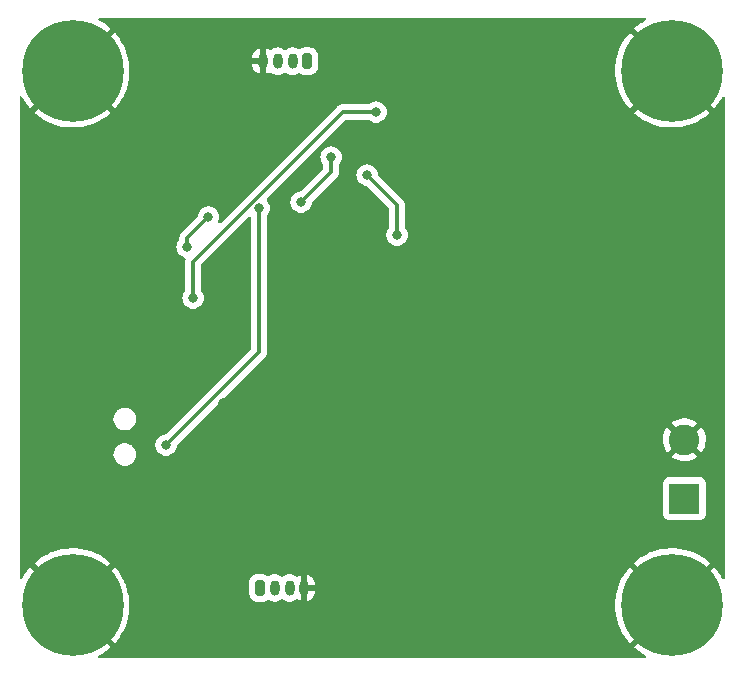
<source format=gbr>
%TF.GenerationSoftware,KiCad,Pcbnew,(6.0.4)*%
%TF.CreationDate,2022-04-20T17:17:17+03:00*%
%TF.ProjectId,STM32F4_Buck_Converter,53544d33-3246-4345-9f42-75636b5f436f,rev?*%
%TF.SameCoordinates,Original*%
%TF.FileFunction,Copper,L2,Inr*%
%TF.FilePolarity,Positive*%
%FSLAX46Y46*%
G04 Gerber Fmt 4.6, Leading zero omitted, Abs format (unit mm)*
G04 Created by KiCad (PCBNEW (6.0.4)) date 2022-04-20 17:17:17*
%MOMM*%
%LPD*%
G01*
G04 APERTURE LIST*
G04 Aperture macros list*
%AMRoundRect*
0 Rectangle with rounded corners*
0 $1 Rounding radius*
0 $2 $3 $4 $5 $6 $7 $8 $9 X,Y pos of 4 corners*
0 Add a 4 corners polygon primitive as box body*
4,1,4,$2,$3,$4,$5,$6,$7,$8,$9,$2,$3,0*
0 Add four circle primitives for the rounded corners*
1,1,$1+$1,$2,$3*
1,1,$1+$1,$4,$5*
1,1,$1+$1,$6,$7*
1,1,$1+$1,$8,$9*
0 Add four rect primitives between the rounded corners*
20,1,$1+$1,$2,$3,$4,$5,0*
20,1,$1+$1,$4,$5,$6,$7,0*
20,1,$1+$1,$6,$7,$8,$9,0*
20,1,$1+$1,$8,$9,$2,$3,0*%
G04 Aperture macros list end*
%TA.AperFunction,ComponentPad*%
%ADD10C,0.900000*%
%TD*%
%TA.AperFunction,ComponentPad*%
%ADD11C,8.600000*%
%TD*%
%TA.AperFunction,ComponentPad*%
%ADD12R,2.600000X2.600000*%
%TD*%
%TA.AperFunction,ComponentPad*%
%ADD13C,2.600000*%
%TD*%
%TA.AperFunction,ComponentPad*%
%ADD14RoundRect,0.200000X0.200000X0.450000X-0.200000X0.450000X-0.200000X-0.450000X0.200000X-0.450000X0*%
%TD*%
%TA.AperFunction,ComponentPad*%
%ADD15O,0.800000X1.300000*%
%TD*%
%TA.AperFunction,ComponentPad*%
%ADD16RoundRect,0.200000X-0.200000X-0.450000X0.200000X-0.450000X0.200000X0.450000X-0.200000X0.450000X0*%
%TD*%
%TA.AperFunction,ViaPad*%
%ADD17C,0.800000*%
%TD*%
%TA.AperFunction,Conductor*%
%ADD18C,0.300000*%
%TD*%
G04 APERTURE END LIST*
D10*
%TO.N,GND*%
%TO.C,H4*%
X148750000Y-79725000D03*
X151030419Y-74219581D03*
D11*
X148750000Y-76500000D03*
D10*
X145525000Y-76500000D03*
X151030419Y-78780419D03*
X151975000Y-76500000D03*
X146469581Y-78780419D03*
X148750000Y-73275000D03*
X146469581Y-74219581D03*
%TD*%
D12*
%TO.N,+12V*%
%TO.C,J1*%
X149805000Y-112750000D03*
D13*
%TO.N,GND*%
X149805000Y-107750000D03*
%TD*%
D14*
%TO.N,+3V3*%
%TO.C,J3*%
X117875000Y-75700000D03*
D15*
%TO.N,I2C1_SCL*%
X116625000Y-75700000D03*
%TO.N,IC21_SDA*%
X115375000Y-75700000D03*
%TO.N,GND*%
X114125000Y-75700000D03*
%TD*%
D10*
%TO.N,GND*%
%TO.C,H3*%
X146469581Y-119469581D03*
D11*
X148750000Y-121750000D03*
D10*
X145525000Y-121750000D03*
X146469581Y-124030419D03*
X151975000Y-121750000D03*
X148750000Y-124975000D03*
X148750000Y-118525000D03*
X151030419Y-119469581D03*
X151030419Y-124030419D03*
%TD*%
D16*
%TO.N,+3V3*%
%TO.C,J4*%
X113875000Y-120300000D03*
D15*
%TO.N,USART3_RX*%
X115125000Y-120300000D03*
%TO.N,USART3_TX*%
X116375000Y-120300000D03*
%TO.N,GND*%
X117625000Y-120300000D03*
%TD*%
D10*
%TO.N,GND*%
%TO.C,H2*%
X101225000Y-76500000D03*
X100280419Y-74219581D03*
X94775000Y-76500000D03*
X95719581Y-78780419D03*
X100280419Y-78780419D03*
X98000000Y-73275000D03*
D11*
X98000000Y-76500000D03*
D10*
X98000000Y-79725000D03*
X95719581Y-74219581D03*
%TD*%
%TO.N,GND*%
%TO.C,H1*%
X101225000Y-121750000D03*
X98000000Y-124975000D03*
X100280419Y-119469581D03*
X98000000Y-118525000D03*
X100280419Y-124030419D03*
D11*
X98000000Y-121750000D03*
D10*
X95719581Y-124030419D03*
X95719581Y-119469581D03*
X94775000Y-121750000D03*
%TD*%
D17*
%TO.N,GND*%
X112522000Y-92456000D03*
X139207192Y-108747872D03*
X105918000Y-109728000D03*
X140462000Y-93726000D03*
X107696000Y-86360000D03*
X137668000Y-102362000D03*
X113538000Y-78994000D03*
X126492000Y-92250500D03*
X140200000Y-110562500D03*
X105918000Y-106680000D03*
X120396000Y-104648000D03*
X138176000Y-106426000D03*
X110744000Y-104648000D03*
%TO.N,+3V3*%
X125476000Y-90424000D03*
X122936000Y-85344000D03*
X109499500Y-88900000D03*
X107696000Y-91440000D03*
%TO.N,SWO*%
X119888000Y-83820000D03*
X117348000Y-87630000D03*
%TO.N,NRST*%
X123698000Y-80010000D03*
X108204000Y-95758000D03*
%TO.N,Net-(R7-Pad2)*%
X113792000Y-88138000D03*
X105918000Y-108204000D03*
%TD*%
D18*
%TO.N,GND*%
X140462000Y-93726000D02*
X137668000Y-96520000D01*
X139207192Y-108747872D02*
X139207192Y-109569692D01*
X137668000Y-96520000D02*
X137668000Y-102362000D01*
X113538000Y-80518000D02*
X113538000Y-78994000D01*
X110744000Y-104648000D02*
X120396000Y-104648000D01*
X107696000Y-86360000D02*
X113538000Y-80518000D01*
X138176000Y-107716680D02*
X138176000Y-106426000D01*
X139207192Y-108747872D02*
X138176000Y-107716680D01*
X139207192Y-109569692D02*
X140200000Y-110562500D01*
%TO.N,+3V3*%
X125476000Y-87884000D02*
X125476000Y-90424000D01*
X107696000Y-91440000D02*
X107696000Y-90703500D01*
X122936000Y-85344000D02*
X125476000Y-87884000D01*
X107696000Y-90703500D02*
X109499500Y-88900000D01*
%TO.N,SWO*%
X119888000Y-83820000D02*
X119888000Y-85090000D01*
X119888000Y-85090000D02*
X117348000Y-87630000D01*
%TO.N,NRST*%
X120860030Y-80010000D02*
X123698000Y-80010000D01*
X108204000Y-92666030D02*
X120860030Y-80010000D01*
X108204000Y-95758000D02*
X108204000Y-92666030D01*
%TO.N,Net-(R7-Pad2)*%
X113792000Y-100330000D02*
X105918000Y-108204000D01*
X113792000Y-88138000D02*
X113792000Y-100330000D01*
%TD*%
%TA.AperFunction,Conductor*%
%TO.N,GND*%
G36*
X146512166Y-72028502D02*
G01*
X146558659Y-72082158D01*
X146568763Y-72152432D01*
X146539269Y-72217012D01*
X146506759Y-72243784D01*
X146173581Y-72434984D01*
X146168848Y-72437987D01*
X145822420Y-72680109D01*
X145817979Y-72683517D01*
X145546476Y-72911739D01*
X145538031Y-72924456D01*
X145544139Y-72934929D01*
X145943493Y-73334283D01*
X146469580Y-73860371D01*
X147354878Y-74745668D01*
X151030419Y-78421209D01*
X151915717Y-79306506D01*
X152312145Y-79702934D01*
X152325903Y-79710446D01*
X152335263Y-79703989D01*
X152504244Y-79511303D01*
X152507744Y-79506935D01*
X152757073Y-79165645D01*
X152760168Y-79160987D01*
X152978160Y-78798903D01*
X152980841Y-78793964D01*
X153002204Y-78750067D01*
X153049998Y-78697567D01*
X153118589Y-78679241D01*
X153186199Y-78700907D01*
X153231362Y-78755686D01*
X153241500Y-78805203D01*
X153241500Y-119450412D01*
X153221498Y-119518533D01*
X153167842Y-119565026D01*
X153097568Y-119575130D01*
X153032988Y-119545636D01*
X153004300Y-119509662D01*
X152893936Y-119302535D01*
X152891085Y-119297713D01*
X152659974Y-118943865D01*
X152656692Y-118939297D01*
X152395030Y-118607380D01*
X152391382Y-118603155D01*
X152338103Y-118546715D01*
X152324389Y-118538705D01*
X152323517Y-118538742D01*
X152315438Y-118543772D01*
X151915717Y-118943493D01*
X151030419Y-119828790D01*
X150504332Y-120354878D01*
X147354879Y-123504331D01*
X146469581Y-124389628D01*
X145943494Y-124915716D01*
X145546736Y-125312474D01*
X145539122Y-125326418D01*
X145539171Y-125327110D01*
X145544617Y-125335274D01*
X145622268Y-125407812D01*
X145626507Y-125411433D01*
X145959802Y-125671363D01*
X145964359Y-125674602D01*
X146319448Y-125903880D01*
X146324267Y-125906696D01*
X146509196Y-126003992D01*
X146560169Y-126053411D01*
X146576332Y-126122543D01*
X146552553Y-126189440D01*
X146496383Y-126232860D01*
X146450529Y-126241500D01*
X100299988Y-126241500D01*
X100231867Y-126221498D01*
X100185374Y-126167842D01*
X100175270Y-126097568D01*
X100204764Y-126032988D01*
X100240156Y-126004612D01*
X100469131Y-125881063D01*
X100473935Y-125878188D01*
X100826563Y-125645231D01*
X100831126Y-125641916D01*
X101161658Y-125378529D01*
X101165873Y-125374852D01*
X101203823Y-125338649D01*
X101211763Y-125324890D01*
X101211713Y-125323843D01*
X101206822Y-125316032D01*
X100806507Y-124915717D01*
X99921210Y-124030419D01*
X99395122Y-123504332D01*
X97641922Y-121751132D01*
X98364408Y-121751132D01*
X98364539Y-121752965D01*
X98368790Y-121759580D01*
X99754331Y-123145121D01*
X100257399Y-123648190D01*
X100280418Y-123671209D01*
X101165716Y-124556506D01*
X101562142Y-124952932D01*
X101575903Y-124960446D01*
X101585263Y-124953989D01*
X101754244Y-124761303D01*
X101757744Y-124756935D01*
X102007073Y-124415645D01*
X102010168Y-124410987D01*
X102228160Y-124048903D01*
X102230841Y-124043964D01*
X102415779Y-123663946D01*
X102418014Y-123658780D01*
X102568442Y-123263815D01*
X102570201Y-123258496D01*
X102684920Y-122851730D01*
X102686204Y-122846259D01*
X102764315Y-122430883D01*
X102765102Y-122425346D01*
X102806035Y-122004102D01*
X102806308Y-121999665D01*
X102812788Y-121752233D01*
X102812746Y-121747762D01*
X102807360Y-121626825D01*
X143938855Y-121626825D01*
X143946600Y-122049410D01*
X143946950Y-122054976D01*
X143992231Y-122475208D01*
X143993078Y-122480746D01*
X144075535Y-122895286D01*
X144076864Y-122900698D01*
X144195852Y-123306289D01*
X144197658Y-123311564D01*
X144352219Y-123704948D01*
X144354501Y-123710072D01*
X144543416Y-124088150D01*
X144546140Y-124093043D01*
X144767917Y-124452833D01*
X144771068Y-124457469D01*
X145023955Y-124796127D01*
X145027488Y-124800444D01*
X145163222Y-124951988D01*
X145176717Y-124960351D01*
X145186128Y-124954662D01*
X145584283Y-124556507D01*
X146469581Y-123671210D01*
X146492600Y-123648191D01*
X146995668Y-123145122D01*
X148377978Y-121762812D01*
X148385592Y-121748868D01*
X148385461Y-121747035D01*
X148381210Y-121740420D01*
X146995669Y-120354879D01*
X146110372Y-119469581D01*
X145584284Y-118943494D01*
X145185561Y-118544771D01*
X145172253Y-118537504D01*
X145162214Y-118544626D01*
X144918223Y-118837994D01*
X144914828Y-118842467D01*
X144674528Y-119190152D01*
X144671549Y-119194902D01*
X144463106Y-119562575D01*
X144460562Y-119567568D01*
X144285629Y-119952312D01*
X144283538Y-119957511D01*
X144143498Y-120356290D01*
X144141877Y-120361659D01*
X144037840Y-120771303D01*
X144036706Y-120776776D01*
X143969496Y-121194054D01*
X143968851Y-121199632D01*
X143939002Y-121621204D01*
X143938855Y-121626825D01*
X102807360Y-121626825D01*
X102793917Y-121324973D01*
X102793419Y-121319386D01*
X102737155Y-120900499D01*
X102736162Y-120894976D01*
X102642883Y-120482748D01*
X102641410Y-120477361D01*
X102511847Y-120075025D01*
X102509910Y-120069815D01*
X102392848Y-119793365D01*
X112966500Y-119793365D01*
X112966501Y-120806634D01*
X112973247Y-120880062D01*
X112975246Y-120886440D01*
X112975246Y-120886441D01*
X112986251Y-120921556D01*
X113024528Y-121043699D01*
X113113361Y-121190381D01*
X113234619Y-121311639D01*
X113381301Y-121400472D01*
X113388548Y-121402743D01*
X113388550Y-121402744D01*
X113431198Y-121416109D01*
X113544938Y-121451753D01*
X113618365Y-121458500D01*
X113621263Y-121458500D01*
X113875665Y-121458499D01*
X114131634Y-121458499D01*
X114134492Y-121458236D01*
X114134501Y-121458236D01*
X114170004Y-121454974D01*
X114205062Y-121451753D01*
X114211447Y-121449752D01*
X114361450Y-121402744D01*
X114361452Y-121402743D01*
X114368699Y-121400472D01*
X114505018Y-121317915D01*
X114573648Y-121299736D01*
X114644350Y-121323755D01*
X114662308Y-121336802D01*
X114668248Y-121341118D01*
X114674276Y-121343802D01*
X114674278Y-121343803D01*
X114821844Y-121409503D01*
X114842712Y-121418794D01*
X114936112Y-121438647D01*
X115023056Y-121457128D01*
X115023061Y-121457128D01*
X115029513Y-121458500D01*
X115220487Y-121458500D01*
X115226939Y-121457128D01*
X115226944Y-121457128D01*
X115313888Y-121438647D01*
X115407288Y-121418794D01*
X115428156Y-121409503D01*
X115575722Y-121343803D01*
X115575724Y-121343802D01*
X115581752Y-121341118D01*
X115587693Y-121336802D01*
X115675939Y-121272687D01*
X115742807Y-121248828D01*
X115811958Y-121264909D01*
X115824061Y-121272687D01*
X115912308Y-121336802D01*
X115918248Y-121341118D01*
X115924276Y-121343802D01*
X115924278Y-121343803D01*
X116071844Y-121409503D01*
X116092712Y-121418794D01*
X116186112Y-121438647D01*
X116273056Y-121457128D01*
X116273061Y-121457128D01*
X116279513Y-121458500D01*
X116470487Y-121458500D01*
X116476939Y-121457128D01*
X116476944Y-121457128D01*
X116563888Y-121438647D01*
X116657288Y-121418794D01*
X116678156Y-121409503D01*
X116825722Y-121343803D01*
X116825724Y-121343802D01*
X116831752Y-121341118D01*
X116926366Y-121272377D01*
X116993230Y-121248520D01*
X117062382Y-121264600D01*
X117074485Y-121272378D01*
X117163157Y-121336802D01*
X117174529Y-121343368D01*
X117336839Y-121415633D01*
X117349325Y-121419690D01*
X117353278Y-121420530D01*
X117367341Y-121419457D01*
X117371000Y-121409503D01*
X117371000Y-121406182D01*
X117879000Y-121406182D01*
X117882973Y-121419713D01*
X117893468Y-121421222D01*
X117900675Y-121419690D01*
X117913161Y-121415633D01*
X118075471Y-121343368D01*
X118086843Y-121336802D01*
X118230574Y-121232376D01*
X118240337Y-121223585D01*
X118359214Y-121091558D01*
X118366938Y-121080927D01*
X118455765Y-120927074D01*
X118461111Y-120915066D01*
X118516011Y-120746102D01*
X118518741Y-120733261D01*
X118532656Y-120600862D01*
X118533000Y-120594302D01*
X118533000Y-120572115D01*
X118528525Y-120556876D01*
X118527135Y-120555671D01*
X118519452Y-120554000D01*
X117897115Y-120554000D01*
X117881876Y-120558475D01*
X117880671Y-120559865D01*
X117879000Y-120567548D01*
X117879000Y-121406182D01*
X117371000Y-121406182D01*
X117371000Y-120027885D01*
X117879000Y-120027885D01*
X117883475Y-120043124D01*
X117884865Y-120044329D01*
X117892548Y-120046000D01*
X118514885Y-120046000D01*
X118530124Y-120041525D01*
X118531329Y-120040135D01*
X118533000Y-120032452D01*
X118533000Y-120005698D01*
X118532656Y-119999138D01*
X118518741Y-119866739D01*
X118516011Y-119853898D01*
X118461111Y-119684934D01*
X118455765Y-119672926D01*
X118366938Y-119519073D01*
X118359214Y-119508442D01*
X118240337Y-119376415D01*
X118230574Y-119367624D01*
X118086843Y-119263198D01*
X118075471Y-119256632D01*
X117913161Y-119184367D01*
X117900675Y-119180310D01*
X117896722Y-119179470D01*
X117882659Y-119180543D01*
X117879000Y-119190497D01*
X117879000Y-120027885D01*
X117371000Y-120027885D01*
X117371000Y-119193818D01*
X117367027Y-119180287D01*
X117356532Y-119178778D01*
X117349325Y-119180310D01*
X117336839Y-119184367D01*
X117174529Y-119256632D01*
X117163157Y-119263198D01*
X117074485Y-119327622D01*
X117007617Y-119351481D01*
X116938466Y-119335400D01*
X116926380Y-119327634D01*
X116831752Y-119258882D01*
X116825724Y-119256198D01*
X116825722Y-119256197D01*
X116663319Y-119183891D01*
X116663318Y-119183891D01*
X116657288Y-119181206D01*
X116563888Y-119161353D01*
X116476944Y-119142872D01*
X116476939Y-119142872D01*
X116470487Y-119141500D01*
X116279513Y-119141500D01*
X116273061Y-119142872D01*
X116273056Y-119142872D01*
X116186112Y-119161353D01*
X116092712Y-119181206D01*
X116086682Y-119183891D01*
X116086681Y-119183891D01*
X115924278Y-119256197D01*
X115924276Y-119256198D01*
X115918248Y-119258882D01*
X115912907Y-119262762D01*
X115912906Y-119262763D01*
X115824061Y-119327313D01*
X115757193Y-119351172D01*
X115688042Y-119335091D01*
X115675939Y-119327313D01*
X115587094Y-119262763D01*
X115587093Y-119262762D01*
X115581752Y-119258882D01*
X115575724Y-119256198D01*
X115575722Y-119256197D01*
X115413319Y-119183891D01*
X115413318Y-119183891D01*
X115407288Y-119181206D01*
X115313888Y-119161353D01*
X115226944Y-119142872D01*
X115226939Y-119142872D01*
X115220487Y-119141500D01*
X115029513Y-119141500D01*
X115023061Y-119142872D01*
X115023056Y-119142872D01*
X114936112Y-119161353D01*
X114842712Y-119181206D01*
X114836682Y-119183891D01*
X114836681Y-119183891D01*
X114674278Y-119256197D01*
X114674276Y-119256198D01*
X114668248Y-119258882D01*
X114662908Y-119262762D01*
X114662906Y-119262763D01*
X114644350Y-119276245D01*
X114577482Y-119300103D01*
X114505018Y-119282085D01*
X114495375Y-119276245D01*
X114368699Y-119199528D01*
X114361452Y-119197257D01*
X114361450Y-119197256D01*
X114295164Y-119176483D01*
X114205062Y-119148247D01*
X114131635Y-119141500D01*
X114128737Y-119141500D01*
X113874335Y-119141501D01*
X113618366Y-119141501D01*
X113615508Y-119141764D01*
X113615499Y-119141764D01*
X113579996Y-119145026D01*
X113544938Y-119148247D01*
X113538560Y-119150246D01*
X113538559Y-119150246D01*
X113388550Y-119197256D01*
X113388548Y-119197257D01*
X113381301Y-119199528D01*
X113234619Y-119288361D01*
X113113361Y-119409619D01*
X113024528Y-119556301D01*
X113022257Y-119563548D01*
X113022256Y-119563550D01*
X113020997Y-119567568D01*
X112973247Y-119719938D01*
X112966500Y-119793365D01*
X102392848Y-119793365D01*
X102345098Y-119680599D01*
X102342683Y-119675536D01*
X102143936Y-119302535D01*
X102141085Y-119297713D01*
X101909974Y-118943865D01*
X101906692Y-118939297D01*
X101645030Y-118607380D01*
X101641382Y-118603155D01*
X101588103Y-118546715D01*
X101574389Y-118538705D01*
X101573517Y-118538742D01*
X101565438Y-118543772D01*
X101165717Y-118943493D01*
X100280419Y-119828790D01*
X99754332Y-120354878D01*
X98372022Y-121737188D01*
X98364408Y-121751132D01*
X97641922Y-121751132D01*
X96245669Y-120354879D01*
X95360372Y-119469581D01*
X94834284Y-118943494D01*
X94435561Y-118544771D01*
X94422253Y-118537504D01*
X94412214Y-118544626D01*
X94168223Y-118837994D01*
X94164828Y-118842467D01*
X93924528Y-119190152D01*
X93921549Y-119194902D01*
X93744111Y-119507885D01*
X93693114Y-119557280D01*
X93623509Y-119571264D01*
X93557392Y-119545395D01*
X93515757Y-119487889D01*
X93508500Y-119445744D01*
X93508500Y-118174456D01*
X94788031Y-118174456D01*
X94794139Y-118184929D01*
X95193493Y-118584283D01*
X95711209Y-119102000D01*
X95719580Y-119110371D01*
X96604878Y-119995668D01*
X97987188Y-121377978D01*
X98001132Y-121385592D01*
X98002965Y-121385461D01*
X98009580Y-121381210D01*
X99395121Y-119995669D01*
X100280419Y-119110372D01*
X100288790Y-119102001D01*
X100806506Y-118584284D01*
X101202754Y-118188036D01*
X101210169Y-118174456D01*
X145538031Y-118174456D01*
X145544139Y-118184929D01*
X145943493Y-118584283D01*
X146461209Y-119102000D01*
X146469580Y-119110371D01*
X147354878Y-119995668D01*
X148737188Y-121377978D01*
X148751132Y-121385592D01*
X148752965Y-121385461D01*
X148759580Y-121381210D01*
X150145121Y-119995669D01*
X151030419Y-119110372D01*
X151038790Y-119102001D01*
X151556506Y-118584284D01*
X151952754Y-118188036D01*
X151960316Y-118174187D01*
X151953987Y-118164962D01*
X151780928Y-118011582D01*
X151776561Y-118008046D01*
X151436600Y-117756948D01*
X151431947Y-117753821D01*
X151070995Y-117533926D01*
X151066094Y-117531232D01*
X150687027Y-117344297D01*
X150681904Y-117342048D01*
X150287707Y-117189545D01*
X150282417Y-117187765D01*
X149876218Y-117070904D01*
X149870794Y-117069602D01*
X149455822Y-116989316D01*
X149450293Y-116988500D01*
X149029828Y-116945420D01*
X149024247Y-116945098D01*
X148601635Y-116939566D01*
X148596024Y-116939742D01*
X148174593Y-116971800D01*
X148169036Y-116972472D01*
X147752128Y-117041864D01*
X147746631Y-117043032D01*
X147337547Y-117149209D01*
X147332181Y-117150861D01*
X146934153Y-117292983D01*
X146928965Y-117295100D01*
X146545133Y-117472050D01*
X146540164Y-117474614D01*
X146173581Y-117684984D01*
X146168848Y-117687987D01*
X145822420Y-117930109D01*
X145817979Y-117933517D01*
X145546476Y-118161739D01*
X145538031Y-118174456D01*
X101210169Y-118174456D01*
X101210316Y-118174187D01*
X101203987Y-118164962D01*
X101030928Y-118011582D01*
X101026561Y-118008046D01*
X100686600Y-117756948D01*
X100681947Y-117753821D01*
X100320995Y-117533926D01*
X100316094Y-117531232D01*
X99937027Y-117344297D01*
X99931904Y-117342048D01*
X99537707Y-117189545D01*
X99532417Y-117187765D01*
X99126218Y-117070904D01*
X99120794Y-117069602D01*
X98705822Y-116989316D01*
X98700293Y-116988500D01*
X98279828Y-116945420D01*
X98274247Y-116945098D01*
X97851635Y-116939566D01*
X97846024Y-116939742D01*
X97424593Y-116971800D01*
X97419036Y-116972472D01*
X97002128Y-117041864D01*
X96996631Y-117043032D01*
X96587547Y-117149209D01*
X96582181Y-117150861D01*
X96184153Y-117292983D01*
X96178965Y-117295100D01*
X95795133Y-117472050D01*
X95790164Y-117474614D01*
X95423581Y-117684984D01*
X95418848Y-117687987D01*
X95072420Y-117930109D01*
X95067979Y-117933517D01*
X94796476Y-118161739D01*
X94788031Y-118174456D01*
X93508500Y-118174456D01*
X93508500Y-114098134D01*
X147996500Y-114098134D01*
X148003255Y-114160316D01*
X148054385Y-114296705D01*
X148141739Y-114413261D01*
X148258295Y-114500615D01*
X148394684Y-114551745D01*
X148456866Y-114558500D01*
X151153134Y-114558500D01*
X151215316Y-114551745D01*
X151351705Y-114500615D01*
X151468261Y-114413261D01*
X151555615Y-114296705D01*
X151606745Y-114160316D01*
X151613500Y-114098134D01*
X151613500Y-111401866D01*
X151606745Y-111339684D01*
X151555615Y-111203295D01*
X151468261Y-111086739D01*
X151351705Y-110999385D01*
X151215316Y-110948255D01*
X151153134Y-110941500D01*
X148456866Y-110941500D01*
X148394684Y-110948255D01*
X148258295Y-110999385D01*
X148141739Y-111086739D01*
X148054385Y-111203295D01*
X148003255Y-111339684D01*
X147996500Y-111401866D01*
X147996500Y-114098134D01*
X93508500Y-114098134D01*
X93508500Y-109047064D01*
X101457707Y-109047064D01*
X101486825Y-109239599D01*
X101489028Y-109245585D01*
X101489029Y-109245591D01*
X101551860Y-109416360D01*
X101551862Y-109416365D01*
X101554063Y-109422346D01*
X101656674Y-109587840D01*
X101790466Y-109729322D01*
X101949975Y-109841011D01*
X101955838Y-109843548D01*
X102122825Y-109915810D01*
X102122829Y-109915811D01*
X102128684Y-109918345D01*
X102134931Y-109919650D01*
X102134934Y-109919651D01*
X102314557Y-109957176D01*
X102314562Y-109957177D01*
X102319293Y-109958165D01*
X102325685Y-109958500D01*
X102468663Y-109958500D01*
X102537951Y-109951462D01*
X102607378Y-109944410D01*
X102607379Y-109944410D01*
X102613727Y-109943765D01*
X102694843Y-109918345D01*
X102793451Y-109887444D01*
X102793456Y-109887442D01*
X102799541Y-109885535D01*
X102886475Y-109837346D01*
X102964271Y-109794223D01*
X102964274Y-109794221D01*
X102969850Y-109791130D01*
X102974691Y-109786981D01*
X102974695Y-109786978D01*
X103112855Y-109668560D01*
X103117698Y-109664409D01*
X103237046Y-109510547D01*
X103241172Y-109502163D01*
X103320200Y-109341556D01*
X103323018Y-109335829D01*
X103336308Y-109284809D01*
X103359726Y-109194906D01*
X148724839Y-109194906D01*
X148733553Y-109206427D01*
X148840452Y-109284809D01*
X148848351Y-109289745D01*
X149077905Y-109410519D01*
X149086454Y-109414236D01*
X149331327Y-109499749D01*
X149340336Y-109502163D01*
X149595166Y-109550544D01*
X149604423Y-109551598D01*
X149863607Y-109561783D01*
X149872921Y-109561457D01*
X150130753Y-109533220D01*
X150139930Y-109531519D01*
X150390758Y-109465481D01*
X150399574Y-109462445D01*
X150637880Y-109360062D01*
X150646167Y-109355748D01*
X150866718Y-109219266D01*
X150874268Y-109213780D01*
X150879559Y-109209301D01*
X150887997Y-109196497D01*
X150881935Y-109186145D01*
X149817812Y-108122022D01*
X149803868Y-108114408D01*
X149802035Y-108114539D01*
X149795420Y-108118790D01*
X148731497Y-109182713D01*
X148724839Y-109194906D01*
X103359726Y-109194906D01*
X103370492Y-109153575D01*
X103370492Y-109153572D01*
X103372102Y-109147393D01*
X103379942Y-108997803D01*
X103381959Y-108959317D01*
X103381959Y-108959313D01*
X103382293Y-108952936D01*
X103353175Y-108760401D01*
X103350972Y-108754415D01*
X103350971Y-108754409D01*
X103288140Y-108583640D01*
X103288138Y-108583635D01*
X103285937Y-108577654D01*
X103183326Y-108412160D01*
X103139302Y-108365605D01*
X103053919Y-108275315D01*
X103049534Y-108270678D01*
X103004175Y-108238917D01*
X102954308Y-108204000D01*
X105004496Y-108204000D01*
X105005186Y-108210565D01*
X105018857Y-108340634D01*
X105024458Y-108393928D01*
X105083473Y-108575556D01*
X105178960Y-108740944D01*
X105183378Y-108745851D01*
X105183379Y-108745852D01*
X105256805Y-108827400D01*
X105306747Y-108882866D01*
X105461248Y-108995118D01*
X105467276Y-108997802D01*
X105467278Y-108997803D01*
X105629681Y-109070109D01*
X105635712Y-109072794D01*
X105729113Y-109092647D01*
X105816056Y-109111128D01*
X105816061Y-109111128D01*
X105822513Y-109112500D01*
X106013487Y-109112500D01*
X106019939Y-109111128D01*
X106019944Y-109111128D01*
X106106888Y-109092647D01*
X106200288Y-109072794D01*
X106206319Y-109070109D01*
X106368722Y-108997803D01*
X106368724Y-108997802D01*
X106374752Y-108995118D01*
X106529253Y-108882866D01*
X106579195Y-108827400D01*
X106652621Y-108745852D01*
X106652622Y-108745851D01*
X106657040Y-108740944D01*
X106752527Y-108575556D01*
X106811542Y-108393928D01*
X106824755Y-108268213D01*
X106851768Y-108202558D01*
X106860970Y-108192290D01*
X107346049Y-107707211D01*
X147992775Y-107707211D01*
X148005220Y-107966288D01*
X148006356Y-107975543D01*
X148056961Y-108229945D01*
X148059449Y-108238917D01*
X148147095Y-108483033D01*
X148150895Y-108491568D01*
X148273658Y-108720042D01*
X148278666Y-108727904D01*
X148348720Y-108821716D01*
X148359979Y-108830165D01*
X148372397Y-108823393D01*
X149432978Y-107762812D01*
X149439356Y-107751132D01*
X150169408Y-107751132D01*
X150169539Y-107752965D01*
X150173790Y-107759580D01*
X151241094Y-108826884D01*
X151253474Y-108833644D01*
X151261815Y-108827400D01*
X151395832Y-108619048D01*
X151400275Y-108610864D01*
X151506807Y-108374370D01*
X151509997Y-108365605D01*
X151580402Y-108115972D01*
X151582262Y-108106830D01*
X151615187Y-107848019D01*
X151615668Y-107841733D01*
X151617987Y-107753160D01*
X151617836Y-107746851D01*
X151598501Y-107486663D01*
X151597125Y-107477457D01*
X151539878Y-107224467D01*
X151537154Y-107215556D01*
X151443143Y-106973806D01*
X151439132Y-106965397D01*
X151310422Y-106740202D01*
X151305211Y-106732476D01*
X151261996Y-106677658D01*
X151250071Y-106669187D01*
X151238537Y-106675673D01*
X150177022Y-107737188D01*
X150169408Y-107751132D01*
X149439356Y-107751132D01*
X149440592Y-107748868D01*
X149440461Y-107747035D01*
X149436210Y-107740420D01*
X148370816Y-106675026D01*
X148357507Y-106667758D01*
X148347472Y-106674878D01*
X148331937Y-106693556D01*
X148326531Y-106701135D01*
X148191965Y-106922891D01*
X148187736Y-106931192D01*
X148087432Y-107170389D01*
X148084471Y-107179239D01*
X148020628Y-107430625D01*
X148019006Y-107439822D01*
X147993020Y-107697885D01*
X147992775Y-107707211D01*
X107346049Y-107707211D01*
X108750571Y-106302689D01*
X148722102Y-106302689D01*
X148726675Y-106312465D01*
X149792188Y-107377978D01*
X149806132Y-107385592D01*
X149807965Y-107385461D01*
X149814580Y-107381210D01*
X150879349Y-106316441D01*
X150885733Y-106304751D01*
X150876321Y-106292641D01*
X150729045Y-106190471D01*
X150721010Y-106185738D01*
X150488376Y-106071016D01*
X150479743Y-106067528D01*
X150232703Y-105988450D01*
X150223643Y-105986274D01*
X149967630Y-105944580D01*
X149958343Y-105943768D01*
X149698992Y-105940373D01*
X149689681Y-105940943D01*
X149432682Y-105975919D01*
X149423546Y-105977860D01*
X149174543Y-106050439D01*
X149165800Y-106053707D01*
X148930252Y-106162296D01*
X148922097Y-106166816D01*
X148731240Y-106291947D01*
X148722102Y-106302689D01*
X108750571Y-106302689D01*
X114199605Y-100853655D01*
X114208385Y-100845665D01*
X114208387Y-100845663D01*
X114215080Y-100841416D01*
X114263605Y-100789742D01*
X114266359Y-100786901D01*
X114286927Y-100766333D01*
X114289647Y-100762826D01*
X114297353Y-100753804D01*
X114323544Y-100725913D01*
X114328972Y-100720133D01*
X114332794Y-100713181D01*
X114339303Y-100701342D01*
X114350157Y-100684818D01*
X114358445Y-100674132D01*
X114363304Y-100667868D01*
X114366452Y-100660594D01*
X114381654Y-100625465D01*
X114386876Y-100614805D01*
X114405305Y-100581284D01*
X114405306Y-100581282D01*
X114409124Y-100574337D01*
X114414459Y-100553559D01*
X114420858Y-100534869D01*
X114429380Y-100515176D01*
X114436606Y-100469552D01*
X114439013Y-100457929D01*
X114448528Y-100420868D01*
X114450500Y-100413188D01*
X114450500Y-100391741D01*
X114452051Y-100372031D01*
X114454166Y-100358677D01*
X114455406Y-100350848D01*
X114451059Y-100304859D01*
X114450500Y-100293004D01*
X114450500Y-88812759D01*
X114470502Y-88744638D01*
X114482864Y-88728449D01*
X114526621Y-88679852D01*
X114526622Y-88679851D01*
X114531040Y-88674944D01*
X114626527Y-88509556D01*
X114685542Y-88327928D01*
X114687138Y-88312749D01*
X114704814Y-88144565D01*
X114705504Y-88138000D01*
X114694280Y-88031206D01*
X114686232Y-87954635D01*
X114686232Y-87954633D01*
X114685542Y-87948072D01*
X114626527Y-87766444D01*
X114622567Y-87759584D01*
X114571110Y-87670460D01*
X114547751Y-87630000D01*
X116434496Y-87630000D01*
X116435186Y-87636565D01*
X116444670Y-87726796D01*
X116454458Y-87819928D01*
X116513473Y-88001556D01*
X116608960Y-88166944D01*
X116613378Y-88171851D01*
X116613379Y-88171852D01*
X116657753Y-88221134D01*
X116736747Y-88308866D01*
X116891248Y-88421118D01*
X116897276Y-88423802D01*
X116897278Y-88423803D01*
X117059681Y-88496109D01*
X117065712Y-88498794D01*
X117159113Y-88518647D01*
X117246056Y-88537128D01*
X117246061Y-88537128D01*
X117252513Y-88538500D01*
X117443487Y-88538500D01*
X117449939Y-88537128D01*
X117449944Y-88537128D01*
X117536887Y-88518647D01*
X117630288Y-88498794D01*
X117636319Y-88496109D01*
X117798722Y-88423803D01*
X117798724Y-88423802D01*
X117804752Y-88421118D01*
X117959253Y-88308866D01*
X118038247Y-88221134D01*
X118082621Y-88171852D01*
X118082622Y-88171851D01*
X118087040Y-88166944D01*
X118182527Y-88001556D01*
X118224729Y-87871673D01*
X118239502Y-87826207D01*
X118239502Y-87826205D01*
X118241542Y-87819928D01*
X118254755Y-87694213D01*
X118281768Y-87628558D01*
X118290970Y-87618290D01*
X120295600Y-85613659D01*
X120304381Y-85605669D01*
X120304390Y-85605661D01*
X120311080Y-85601416D01*
X120359621Y-85549725D01*
X120362375Y-85546884D01*
X120382926Y-85526333D01*
X120385638Y-85522837D01*
X120393349Y-85513808D01*
X120419544Y-85485913D01*
X120424972Y-85480133D01*
X120435301Y-85461345D01*
X120446158Y-85444816D01*
X120454447Y-85434131D01*
X120454448Y-85434129D01*
X120459304Y-85427869D01*
X120477657Y-85385456D01*
X120482868Y-85374819D01*
X120499812Y-85344000D01*
X122022496Y-85344000D01*
X122023186Y-85350565D01*
X122040799Y-85518139D01*
X122042458Y-85533928D01*
X122101473Y-85715556D01*
X122196960Y-85880944D01*
X122324747Y-86022866D01*
X122479248Y-86135118D01*
X122485276Y-86137802D01*
X122485278Y-86137803D01*
X122647681Y-86210109D01*
X122653712Y-86212794D01*
X122747113Y-86232647D01*
X122834056Y-86251128D01*
X122834061Y-86251128D01*
X122840513Y-86252500D01*
X122861050Y-86252500D01*
X122929171Y-86272502D01*
X122950145Y-86289405D01*
X124780595Y-88119854D01*
X124814620Y-88182166D01*
X124817500Y-88208949D01*
X124817500Y-89749241D01*
X124797498Y-89817362D01*
X124785136Y-89833551D01*
X124736960Y-89887056D01*
X124641473Y-90052444D01*
X124582458Y-90234072D01*
X124581768Y-90240633D01*
X124581768Y-90240635D01*
X124578650Y-90270299D01*
X124562496Y-90424000D01*
X124563186Y-90430565D01*
X124578427Y-90575571D01*
X124582458Y-90613928D01*
X124641473Y-90795556D01*
X124736960Y-90960944D01*
X124864747Y-91102866D01*
X125019248Y-91215118D01*
X125025276Y-91217802D01*
X125025278Y-91217803D01*
X125097756Y-91250072D01*
X125193712Y-91292794D01*
X125287112Y-91312647D01*
X125374056Y-91331128D01*
X125374061Y-91331128D01*
X125380513Y-91332500D01*
X125571487Y-91332500D01*
X125577939Y-91331128D01*
X125577944Y-91331128D01*
X125664888Y-91312647D01*
X125758288Y-91292794D01*
X125854244Y-91250072D01*
X125926722Y-91217803D01*
X125926724Y-91217802D01*
X125932752Y-91215118D01*
X126087253Y-91102866D01*
X126215040Y-90960944D01*
X126310527Y-90795556D01*
X126369542Y-90613928D01*
X126373574Y-90575571D01*
X126388814Y-90430565D01*
X126389504Y-90424000D01*
X126373350Y-90270299D01*
X126370232Y-90240635D01*
X126370232Y-90240633D01*
X126369542Y-90234072D01*
X126310527Y-90052444D01*
X126215040Y-89887056D01*
X126166864Y-89833551D01*
X126136146Y-89769544D01*
X126134500Y-89749241D01*
X126134500Y-87966056D01*
X126135059Y-87954200D01*
X126135059Y-87954197D01*
X126136788Y-87946463D01*
X126134562Y-87875631D01*
X126134500Y-87871673D01*
X126134500Y-87842568D01*
X126133944Y-87838168D01*
X126133012Y-87826330D01*
X126131811Y-87788094D01*
X126131562Y-87780169D01*
X126125580Y-87759579D01*
X126121570Y-87740216D01*
X126119875Y-87726796D01*
X126119875Y-87726795D01*
X126118882Y-87718936D01*
X126115966Y-87711571D01*
X126115965Y-87711567D01*
X126101876Y-87675982D01*
X126098031Y-87664753D01*
X126093699Y-87649841D01*
X126085145Y-87620399D01*
X126074230Y-87601943D01*
X126065531Y-87584187D01*
X126065182Y-87583307D01*
X126057635Y-87564244D01*
X126030480Y-87526868D01*
X126023965Y-87516949D01*
X126004492Y-87484023D01*
X126004489Y-87484019D01*
X126000452Y-87477193D01*
X125985291Y-87462032D01*
X125972449Y-87446997D01*
X125967418Y-87440072D01*
X125959841Y-87429643D01*
X125924241Y-87400192D01*
X125915462Y-87392203D01*
X123878970Y-85355710D01*
X123844944Y-85293398D01*
X123842755Y-85279786D01*
X123830232Y-85160636D01*
X123830232Y-85160635D01*
X123829542Y-85154072D01*
X123825563Y-85141824D01*
X123772569Y-84978729D01*
X123770527Y-84972444D01*
X123675040Y-84807056D01*
X123547253Y-84665134D01*
X123392752Y-84552882D01*
X123386724Y-84550198D01*
X123386722Y-84550197D01*
X123224319Y-84477891D01*
X123224318Y-84477891D01*
X123218288Y-84475206D01*
X123124888Y-84455353D01*
X123037944Y-84436872D01*
X123037939Y-84436872D01*
X123031487Y-84435500D01*
X122840513Y-84435500D01*
X122834061Y-84436872D01*
X122834056Y-84436872D01*
X122747112Y-84455353D01*
X122653712Y-84475206D01*
X122647682Y-84477891D01*
X122647681Y-84477891D01*
X122485278Y-84550197D01*
X122485276Y-84550198D01*
X122479248Y-84552882D01*
X122324747Y-84665134D01*
X122196960Y-84807056D01*
X122101473Y-84972444D01*
X122042458Y-85154072D01*
X122041768Y-85160633D01*
X122041768Y-85160635D01*
X122029245Y-85279786D01*
X122022496Y-85344000D01*
X120499812Y-85344000D01*
X120505124Y-85334337D01*
X120510457Y-85313566D01*
X120516859Y-85294864D01*
X120525379Y-85275177D01*
X120532605Y-85229552D01*
X120535013Y-85217926D01*
X120544529Y-85180865D01*
X120544529Y-85180864D01*
X120546500Y-85173188D01*
X120546500Y-85151742D01*
X120548051Y-85132031D01*
X120550166Y-85118678D01*
X120551406Y-85110849D01*
X120547059Y-85064864D01*
X120546500Y-85053006D01*
X120546500Y-84494759D01*
X120566502Y-84426638D01*
X120578864Y-84410449D01*
X120622621Y-84361852D01*
X120622622Y-84361851D01*
X120627040Y-84356944D01*
X120722527Y-84191556D01*
X120781542Y-84009928D01*
X120801504Y-83820000D01*
X120781542Y-83630072D01*
X120722527Y-83448444D01*
X120627040Y-83283056D01*
X120499253Y-83141134D01*
X120344752Y-83028882D01*
X120338724Y-83026198D01*
X120338722Y-83026197D01*
X120176319Y-82953891D01*
X120176318Y-82953891D01*
X120170288Y-82951206D01*
X120076888Y-82931353D01*
X119989944Y-82912872D01*
X119989939Y-82912872D01*
X119983487Y-82911500D01*
X119792513Y-82911500D01*
X119786061Y-82912872D01*
X119786056Y-82912872D01*
X119699112Y-82931353D01*
X119605712Y-82951206D01*
X119599682Y-82953891D01*
X119599681Y-82953891D01*
X119437278Y-83026197D01*
X119437276Y-83026198D01*
X119431248Y-83028882D01*
X119276747Y-83141134D01*
X119148960Y-83283056D01*
X119053473Y-83448444D01*
X118994458Y-83630072D01*
X118974496Y-83820000D01*
X118994458Y-84009928D01*
X119053473Y-84191556D01*
X119148960Y-84356944D01*
X119153378Y-84361851D01*
X119153379Y-84361852D01*
X119197136Y-84410449D01*
X119227854Y-84474456D01*
X119229500Y-84494759D01*
X119229500Y-84765051D01*
X119209498Y-84833172D01*
X119192595Y-84854146D01*
X117362145Y-86684595D01*
X117299833Y-86718621D01*
X117273050Y-86721500D01*
X117252513Y-86721500D01*
X117246061Y-86722872D01*
X117246056Y-86722872D01*
X117159113Y-86741353D01*
X117065712Y-86761206D01*
X117059682Y-86763891D01*
X117059681Y-86763891D01*
X116897278Y-86836197D01*
X116897276Y-86836198D01*
X116891248Y-86838882D01*
X116736747Y-86951134D01*
X116608960Y-87093056D01*
X116513473Y-87258444D01*
X116454458Y-87440072D01*
X116453768Y-87446633D01*
X116453768Y-87446635D01*
X116445335Y-87526868D01*
X116434496Y-87630000D01*
X114547751Y-87630000D01*
X114531040Y-87601056D01*
X114454312Y-87515841D01*
X114423595Y-87451833D01*
X114432360Y-87381380D01*
X114458854Y-87342436D01*
X121095884Y-80705405D01*
X121158196Y-80671379D01*
X121184979Y-80668500D01*
X123017776Y-80668500D01*
X123085897Y-80688502D01*
X123091834Y-80692562D01*
X123241248Y-80801118D01*
X123247276Y-80803802D01*
X123247278Y-80803803D01*
X123409681Y-80876109D01*
X123415712Y-80878794D01*
X123509112Y-80898647D01*
X123596056Y-80917128D01*
X123596061Y-80917128D01*
X123602513Y-80918500D01*
X123793487Y-80918500D01*
X123799939Y-80917128D01*
X123799944Y-80917128D01*
X123886888Y-80898647D01*
X123980288Y-80878794D01*
X123986319Y-80876109D01*
X124148722Y-80803803D01*
X124148724Y-80803802D01*
X124154752Y-80801118D01*
X124309253Y-80688866D01*
X124437040Y-80546944D01*
X124532527Y-80381556D01*
X124591542Y-80199928D01*
X124603593Y-80085274D01*
X124604524Y-80076418D01*
X145539122Y-80076418D01*
X145539171Y-80077110D01*
X145544617Y-80085274D01*
X145622268Y-80157812D01*
X145626507Y-80161433D01*
X145959802Y-80421363D01*
X145964359Y-80424602D01*
X146319448Y-80653880D01*
X146324250Y-80656686D01*
X146698316Y-80853491D01*
X146703374Y-80855871D01*
X147093435Y-81018638D01*
X147098690Y-81020561D01*
X147501676Y-81148008D01*
X147507075Y-81149455D01*
X147919796Y-81240575D01*
X147925307Y-81241537D01*
X148344501Y-81295610D01*
X148350064Y-81296077D01*
X148772405Y-81312670D01*
X148777997Y-81312641D01*
X149200125Y-81291626D01*
X149205708Y-81291098D01*
X149624305Y-81232640D01*
X149629792Y-81231623D01*
X150041543Y-81136185D01*
X150046929Y-81134681D01*
X150448567Y-81003018D01*
X150453784Y-81001046D01*
X150842126Y-80834202D01*
X150847169Y-80831764D01*
X151219131Y-80631063D01*
X151223935Y-80628188D01*
X151576563Y-80395231D01*
X151581126Y-80391916D01*
X151911658Y-80128529D01*
X151915873Y-80124852D01*
X151953823Y-80088649D01*
X151961763Y-80074890D01*
X151961713Y-80073843D01*
X151956822Y-80066032D01*
X151556507Y-79665717D01*
X150671210Y-78780419D01*
X150145122Y-78254332D01*
X148762812Y-76872022D01*
X148748868Y-76864408D01*
X148747035Y-76864539D01*
X148740420Y-76868790D01*
X147354879Y-78254331D01*
X146469581Y-79139628D01*
X145943494Y-79665716D01*
X145546736Y-80062474D01*
X145539122Y-80076418D01*
X124604524Y-80076418D01*
X124610814Y-80016565D01*
X124611504Y-80010000D01*
X124591542Y-79820072D01*
X124532527Y-79638444D01*
X124437040Y-79473056D01*
X124389692Y-79420470D01*
X124313675Y-79336045D01*
X124313674Y-79336044D01*
X124309253Y-79331134D01*
X124154752Y-79218882D01*
X124148724Y-79216198D01*
X124148722Y-79216197D01*
X123986319Y-79143891D01*
X123986318Y-79143891D01*
X123980288Y-79141206D01*
X123886887Y-79121353D01*
X123799944Y-79102872D01*
X123799939Y-79102872D01*
X123793487Y-79101500D01*
X123602513Y-79101500D01*
X123596061Y-79102872D01*
X123596056Y-79102872D01*
X123509113Y-79121353D01*
X123415712Y-79141206D01*
X123409682Y-79143891D01*
X123409681Y-79143891D01*
X123247278Y-79216197D01*
X123247276Y-79216198D01*
X123241248Y-79218882D01*
X123092092Y-79327251D01*
X123091837Y-79327436D01*
X123024969Y-79351294D01*
X123017776Y-79351500D01*
X120942086Y-79351500D01*
X120930230Y-79350941D01*
X120930227Y-79350941D01*
X120922493Y-79349212D01*
X120867476Y-79350941D01*
X120851661Y-79351438D01*
X120847703Y-79351500D01*
X120818598Y-79351500D01*
X120814198Y-79352056D01*
X120802366Y-79352988D01*
X120756199Y-79354438D01*
X120735609Y-79360420D01*
X120716248Y-79364430D01*
X120709260Y-79365312D01*
X120702826Y-79366125D01*
X120702825Y-79366125D01*
X120694966Y-79367118D01*
X120687601Y-79370034D01*
X120687597Y-79370035D01*
X120652009Y-79384126D01*
X120640799Y-79387965D01*
X120596430Y-79400855D01*
X120577973Y-79411771D01*
X120560223Y-79420466D01*
X120540274Y-79428365D01*
X120533863Y-79433023D01*
X120533861Y-79433024D01*
X120502894Y-79455523D01*
X120492976Y-79462038D01*
X120453223Y-79485548D01*
X120438066Y-79500705D01*
X120423033Y-79513546D01*
X120405673Y-79526159D01*
X120400621Y-79532266D01*
X120376223Y-79561758D01*
X120368233Y-79570538D01*
X110544770Y-89394000D01*
X110482458Y-89428026D01*
X110411643Y-89422961D01*
X110354807Y-89380414D01*
X110329996Y-89313894D01*
X110335842Y-89265971D01*
X110393042Y-89089928D01*
X110406384Y-88962991D01*
X110412314Y-88906565D01*
X110413004Y-88900000D01*
X110396675Y-88744638D01*
X110393732Y-88716635D01*
X110393732Y-88716633D01*
X110393042Y-88710072D01*
X110334027Y-88528444D01*
X110238540Y-88363056D01*
X110212564Y-88334206D01*
X110115175Y-88226045D01*
X110115174Y-88226044D01*
X110110753Y-88221134D01*
X109996329Y-88138000D01*
X109961594Y-88112763D01*
X109961593Y-88112762D01*
X109956252Y-88108882D01*
X109950224Y-88106198D01*
X109950222Y-88106197D01*
X109787819Y-88033891D01*
X109787818Y-88033891D01*
X109781788Y-88031206D01*
X109669221Y-88007279D01*
X109601444Y-87992872D01*
X109601439Y-87992872D01*
X109594987Y-87991500D01*
X109404013Y-87991500D01*
X109397561Y-87992872D01*
X109397556Y-87992872D01*
X109329779Y-88007279D01*
X109217212Y-88031206D01*
X109211182Y-88033891D01*
X109211181Y-88033891D01*
X109048778Y-88106197D01*
X109048776Y-88106198D01*
X109042748Y-88108882D01*
X109037407Y-88112762D01*
X109037406Y-88112763D01*
X109002671Y-88138000D01*
X108888247Y-88221134D01*
X108883826Y-88226044D01*
X108883825Y-88226045D01*
X108786437Y-88334206D01*
X108760460Y-88363056D01*
X108664973Y-88528444D01*
X108605958Y-88710072D01*
X108605268Y-88716635D01*
X108605268Y-88716636D01*
X108592745Y-88835786D01*
X108565732Y-88901442D01*
X108556530Y-88911710D01*
X107288395Y-90179845D01*
X107279615Y-90187835D01*
X107279613Y-90187837D01*
X107272920Y-90192084D01*
X107267494Y-90197862D01*
X107267493Y-90197863D01*
X107224396Y-90243757D01*
X107221641Y-90246599D01*
X107201073Y-90267167D01*
X107198356Y-90270670D01*
X107190648Y-90279695D01*
X107159028Y-90313367D01*
X107155207Y-90320318D01*
X107155206Y-90320319D01*
X107148697Y-90332158D01*
X107137843Y-90348682D01*
X107130018Y-90358771D01*
X107124696Y-90365632D01*
X107121549Y-90372904D01*
X107121548Y-90372906D01*
X107106346Y-90408035D01*
X107101124Y-90418695D01*
X107098208Y-90424000D01*
X107078876Y-90459163D01*
X107073541Y-90479941D01*
X107067142Y-90498631D01*
X107058620Y-90518324D01*
X107057380Y-90526155D01*
X107051394Y-90563948D01*
X107048987Y-90575571D01*
X107037500Y-90620312D01*
X107037500Y-90641759D01*
X107035949Y-90661469D01*
X107032594Y-90682652D01*
X107033340Y-90690543D01*
X107036941Y-90728638D01*
X107037500Y-90740496D01*
X107037500Y-90765241D01*
X107017498Y-90833362D01*
X107005136Y-90849551D01*
X106956960Y-90903056D01*
X106861473Y-91068444D01*
X106802458Y-91250072D01*
X106801768Y-91256633D01*
X106801768Y-91256635D01*
X106783186Y-91433435D01*
X106782496Y-91440000D01*
X106802458Y-91629928D01*
X106861473Y-91811556D01*
X106956960Y-91976944D01*
X107084747Y-92118866D01*
X107239248Y-92231118D01*
X107245276Y-92233802D01*
X107245278Y-92233803D01*
X107407681Y-92306109D01*
X107413712Y-92308794D01*
X107420167Y-92310166D01*
X107420176Y-92310169D01*
X107473154Y-92321430D01*
X107535627Y-92355158D01*
X107569948Y-92417308D01*
X107568023Y-92477612D01*
X107566620Y-92480854D01*
X107565380Y-92488686D01*
X107559394Y-92526478D01*
X107556987Y-92538101D01*
X107545500Y-92582842D01*
X107545500Y-92604289D01*
X107543949Y-92623999D01*
X107540594Y-92645182D01*
X107541340Y-92653073D01*
X107544941Y-92691168D01*
X107545500Y-92703026D01*
X107545500Y-95083241D01*
X107525498Y-95151362D01*
X107513136Y-95167551D01*
X107464960Y-95221056D01*
X107369473Y-95386444D01*
X107310458Y-95568072D01*
X107290496Y-95758000D01*
X107310458Y-95947928D01*
X107369473Y-96129556D01*
X107464960Y-96294944D01*
X107592747Y-96436866D01*
X107747248Y-96549118D01*
X107753276Y-96551802D01*
X107753278Y-96551803D01*
X107915681Y-96624109D01*
X107921712Y-96626794D01*
X108015112Y-96646647D01*
X108102056Y-96665128D01*
X108102061Y-96665128D01*
X108108513Y-96666500D01*
X108299487Y-96666500D01*
X108305939Y-96665128D01*
X108305944Y-96665128D01*
X108392887Y-96646647D01*
X108486288Y-96626794D01*
X108492319Y-96624109D01*
X108654722Y-96551803D01*
X108654724Y-96551802D01*
X108660752Y-96549118D01*
X108815253Y-96436866D01*
X108943040Y-96294944D01*
X109038527Y-96129556D01*
X109097542Y-95947928D01*
X109117504Y-95758000D01*
X109097542Y-95568072D01*
X109038527Y-95386444D01*
X108943040Y-95221056D01*
X108894864Y-95167551D01*
X108864146Y-95103544D01*
X108862500Y-95083241D01*
X108862500Y-92990980D01*
X108882502Y-92922859D01*
X108899405Y-92901885D01*
X112918405Y-88882885D01*
X112980717Y-88848859D01*
X113051532Y-88853924D01*
X113108368Y-88896471D01*
X113133179Y-88962991D01*
X113133500Y-88971980D01*
X113133500Y-100005050D01*
X113113498Y-100073171D01*
X113096595Y-100094145D01*
X105932145Y-107258595D01*
X105869833Y-107292621D01*
X105843050Y-107295500D01*
X105822513Y-107295500D01*
X105816061Y-107296872D01*
X105816056Y-107296872D01*
X105729113Y-107315353D01*
X105635712Y-107335206D01*
X105629682Y-107337891D01*
X105629681Y-107337891D01*
X105467278Y-107410197D01*
X105467276Y-107410198D01*
X105461248Y-107412882D01*
X105306747Y-107525134D01*
X105178960Y-107667056D01*
X105083473Y-107832444D01*
X105024458Y-108014072D01*
X105023768Y-108020633D01*
X105023768Y-108020635D01*
X105019826Y-108058144D01*
X105004496Y-108204000D01*
X102954308Y-108204000D01*
X102895259Y-108162654D01*
X102890025Y-108158989D01*
X102804599Y-108122022D01*
X102717175Y-108084190D01*
X102717171Y-108084189D01*
X102711316Y-108081655D01*
X102705069Y-108080350D01*
X102705066Y-108080349D01*
X102525443Y-108042824D01*
X102525438Y-108042823D01*
X102520707Y-108041835D01*
X102514315Y-108041500D01*
X102371337Y-108041500D01*
X102302049Y-108048538D01*
X102232622Y-108055590D01*
X102232621Y-108055590D01*
X102226273Y-108056235D01*
X102169939Y-108073889D01*
X102046549Y-108112556D01*
X102046544Y-108112558D01*
X102040459Y-108114465D01*
X101964713Y-108156452D01*
X101875729Y-108205777D01*
X101875726Y-108205779D01*
X101870150Y-108208870D01*
X101865309Y-108213019D01*
X101865305Y-108213022D01*
X101802311Y-108267015D01*
X101722302Y-108335591D01*
X101718391Y-108340633D01*
X101718390Y-108340634D01*
X101666503Y-108407526D01*
X101602954Y-108489453D01*
X101600138Y-108495176D01*
X101600136Y-108495179D01*
X101557770Y-108581279D01*
X101516982Y-108664171D01*
X101515373Y-108670349D01*
X101515372Y-108670351D01*
X101472838Y-108833644D01*
X101467898Y-108852607D01*
X101467564Y-108858986D01*
X101460289Y-108997803D01*
X101457707Y-109047064D01*
X93508500Y-109047064D01*
X93508500Y-106047064D01*
X101457707Y-106047064D01*
X101486825Y-106239599D01*
X101489028Y-106245585D01*
X101489029Y-106245591D01*
X101551860Y-106416360D01*
X101551862Y-106416365D01*
X101554063Y-106422346D01*
X101656674Y-106587840D01*
X101661055Y-106592473D01*
X101661056Y-106592474D01*
X101738981Y-106674878D01*
X101790466Y-106729322D01*
X101949975Y-106841011D01*
X101955838Y-106843548D01*
X102122825Y-106915810D01*
X102122829Y-106915811D01*
X102128684Y-106918345D01*
X102134931Y-106919650D01*
X102134934Y-106919651D01*
X102314557Y-106957176D01*
X102314562Y-106957177D01*
X102319293Y-106958165D01*
X102325685Y-106958500D01*
X102468663Y-106958500D01*
X102537951Y-106951462D01*
X102607378Y-106944410D01*
X102607379Y-106944410D01*
X102613727Y-106943765D01*
X102694843Y-106918345D01*
X102793451Y-106887444D01*
X102793456Y-106887442D01*
X102799541Y-106885535D01*
X102886475Y-106837346D01*
X102964271Y-106794223D01*
X102964274Y-106794221D01*
X102969850Y-106791130D01*
X102974691Y-106786981D01*
X102974695Y-106786978D01*
X103112855Y-106668560D01*
X103117698Y-106664409D01*
X103237046Y-106510547D01*
X103277779Y-106427768D01*
X103320200Y-106341556D01*
X103323018Y-106335829D01*
X103331113Y-106304751D01*
X103370492Y-106153575D01*
X103370492Y-106153572D01*
X103372102Y-106147393D01*
X103382293Y-105952936D01*
X103353175Y-105760401D01*
X103350972Y-105754415D01*
X103350971Y-105754409D01*
X103288140Y-105583640D01*
X103288138Y-105583635D01*
X103285937Y-105577654D01*
X103183326Y-105412160D01*
X103049534Y-105270678D01*
X102890025Y-105158989D01*
X102842013Y-105138212D01*
X102717175Y-105084190D01*
X102717171Y-105084189D01*
X102711316Y-105081655D01*
X102705069Y-105080350D01*
X102705066Y-105080349D01*
X102525443Y-105042824D01*
X102525438Y-105042823D01*
X102520707Y-105041835D01*
X102514315Y-105041500D01*
X102371337Y-105041500D01*
X102302049Y-105048538D01*
X102232622Y-105055590D01*
X102232621Y-105055590D01*
X102226273Y-105056235D01*
X102169939Y-105073889D01*
X102046549Y-105112556D01*
X102046544Y-105112558D01*
X102040459Y-105114465D01*
X101964713Y-105156452D01*
X101875729Y-105205777D01*
X101875726Y-105205779D01*
X101870150Y-105208870D01*
X101865309Y-105213019D01*
X101865305Y-105213022D01*
X101802311Y-105267015D01*
X101722302Y-105335591D01*
X101602954Y-105489453D01*
X101600138Y-105495176D01*
X101600136Y-105495179D01*
X101556608Y-105583640D01*
X101516982Y-105664171D01*
X101515373Y-105670349D01*
X101515372Y-105670351D01*
X101493477Y-105754409D01*
X101467898Y-105852607D01*
X101467564Y-105858986D01*
X101461436Y-105975919D01*
X101457707Y-106047064D01*
X93508500Y-106047064D01*
X93508500Y-80076418D01*
X94789122Y-80076418D01*
X94789171Y-80077110D01*
X94794617Y-80085274D01*
X94872268Y-80157812D01*
X94876507Y-80161433D01*
X95209802Y-80421363D01*
X95214359Y-80424602D01*
X95569448Y-80653880D01*
X95574250Y-80656686D01*
X95948316Y-80853491D01*
X95953374Y-80855871D01*
X96343435Y-81018638D01*
X96348690Y-81020561D01*
X96751676Y-81148008D01*
X96757075Y-81149455D01*
X97169796Y-81240575D01*
X97175307Y-81241537D01*
X97594501Y-81295610D01*
X97600064Y-81296077D01*
X98022405Y-81312670D01*
X98027997Y-81312641D01*
X98450125Y-81291626D01*
X98455708Y-81291098D01*
X98874305Y-81232640D01*
X98879792Y-81231623D01*
X99291543Y-81136185D01*
X99296929Y-81134681D01*
X99698567Y-81003018D01*
X99703784Y-81001046D01*
X100092126Y-80834202D01*
X100097169Y-80831764D01*
X100469131Y-80631063D01*
X100473935Y-80628188D01*
X100826563Y-80395231D01*
X100831126Y-80391916D01*
X101161658Y-80128529D01*
X101165873Y-80124852D01*
X101203823Y-80088649D01*
X101211763Y-80074890D01*
X101211713Y-80073843D01*
X101206822Y-80066032D01*
X100806507Y-79665717D01*
X99921210Y-78780419D01*
X99395122Y-78254332D01*
X98012812Y-76872022D01*
X97998868Y-76864408D01*
X97997035Y-76864539D01*
X97990420Y-76868790D01*
X96604879Y-78254331D01*
X95719581Y-79139628D01*
X95193494Y-79665716D01*
X94796736Y-80062474D01*
X94789122Y-80076418D01*
X93508500Y-80076418D01*
X93508500Y-78802002D01*
X93528502Y-78733881D01*
X93582158Y-78687388D01*
X93652432Y-78677284D01*
X93717012Y-78706778D01*
X93747213Y-78745683D01*
X93793416Y-78838150D01*
X93796140Y-78843043D01*
X94017917Y-79202833D01*
X94021068Y-79207469D01*
X94273955Y-79546127D01*
X94277488Y-79550444D01*
X94413222Y-79701988D01*
X94426717Y-79710351D01*
X94436128Y-79704662D01*
X94834283Y-79306507D01*
X95719581Y-78421210D01*
X95729378Y-78411413D01*
X96245668Y-77895122D01*
X97639658Y-76501132D01*
X98364408Y-76501132D01*
X98364539Y-76502965D01*
X98368790Y-76509580D01*
X99754331Y-77895121D01*
X100270621Y-78411412D01*
X100280418Y-78421209D01*
X101165716Y-79306506D01*
X101562142Y-79702932D01*
X101575903Y-79710446D01*
X101585263Y-79703989D01*
X101754244Y-79511303D01*
X101757744Y-79506935D01*
X102007073Y-79165645D01*
X102010168Y-79160987D01*
X102228160Y-78798903D01*
X102230841Y-78793964D01*
X102415779Y-78413946D01*
X102418014Y-78408780D01*
X102568442Y-78013815D01*
X102570201Y-78008496D01*
X102684920Y-77601730D01*
X102686204Y-77596259D01*
X102764315Y-77180883D01*
X102765102Y-77175346D01*
X102806035Y-76754102D01*
X102806308Y-76749665D01*
X102812788Y-76502233D01*
X102812746Y-76497762D01*
X102793917Y-76074973D01*
X102793419Y-76069386D01*
X102783334Y-75994302D01*
X113217000Y-75994302D01*
X113217344Y-76000862D01*
X113231259Y-76133261D01*
X113233989Y-76146102D01*
X113288889Y-76315066D01*
X113294235Y-76327074D01*
X113383062Y-76480927D01*
X113390786Y-76491558D01*
X113509663Y-76623585D01*
X113519426Y-76632376D01*
X113663157Y-76736802D01*
X113674529Y-76743368D01*
X113836839Y-76815633D01*
X113849325Y-76819690D01*
X113853278Y-76820530D01*
X113867341Y-76819457D01*
X113871000Y-76809503D01*
X113871000Y-76806182D01*
X114379000Y-76806182D01*
X114382973Y-76819713D01*
X114393468Y-76821222D01*
X114400675Y-76819690D01*
X114413161Y-76815633D01*
X114575471Y-76743368D01*
X114586843Y-76736802D01*
X114675515Y-76672378D01*
X114742383Y-76648519D01*
X114811534Y-76664600D01*
X114823620Y-76672366D01*
X114918248Y-76741118D01*
X114924276Y-76743802D01*
X114924278Y-76743803D01*
X115071844Y-76809503D01*
X115092712Y-76818794D01*
X115186113Y-76838647D01*
X115273056Y-76857128D01*
X115273061Y-76857128D01*
X115279513Y-76858500D01*
X115470487Y-76858500D01*
X115476939Y-76857128D01*
X115476944Y-76857128D01*
X115563887Y-76838647D01*
X115657288Y-76818794D01*
X115678156Y-76809503D01*
X115825722Y-76743803D01*
X115825724Y-76743802D01*
X115831752Y-76741118D01*
X115837693Y-76736802D01*
X115925939Y-76672687D01*
X115992807Y-76648828D01*
X116061958Y-76664909D01*
X116074061Y-76672687D01*
X116162308Y-76736802D01*
X116168248Y-76741118D01*
X116174276Y-76743802D01*
X116174278Y-76743803D01*
X116321844Y-76809503D01*
X116342712Y-76818794D01*
X116436113Y-76838647D01*
X116523056Y-76857128D01*
X116523061Y-76857128D01*
X116529513Y-76858500D01*
X116720487Y-76858500D01*
X116726939Y-76857128D01*
X116726944Y-76857128D01*
X116813887Y-76838647D01*
X116907288Y-76818794D01*
X116928156Y-76809503D01*
X117075722Y-76743803D01*
X117075724Y-76743802D01*
X117081752Y-76741118D01*
X117087693Y-76736802D01*
X117105650Y-76723755D01*
X117172518Y-76699897D01*
X117244982Y-76717915D01*
X117381301Y-76800472D01*
X117388548Y-76802743D01*
X117388550Y-76802744D01*
X117431198Y-76816109D01*
X117544938Y-76851753D01*
X117618365Y-76858500D01*
X117621263Y-76858500D01*
X117875665Y-76858499D01*
X118131634Y-76858499D01*
X118134492Y-76858236D01*
X118134501Y-76858236D01*
X118170004Y-76854974D01*
X118205062Y-76851753D01*
X118211447Y-76849752D01*
X118361450Y-76802744D01*
X118361452Y-76802743D01*
X118368699Y-76800472D01*
X118515381Y-76711639D01*
X118636639Y-76590381D01*
X118725472Y-76443699D01*
X118746429Y-76376825D01*
X143938855Y-76376825D01*
X143946600Y-76799410D01*
X143946950Y-76804976D01*
X143992231Y-77225208D01*
X143993078Y-77230746D01*
X144075535Y-77645286D01*
X144076864Y-77650698D01*
X144195852Y-78056289D01*
X144197658Y-78061564D01*
X144352219Y-78454948D01*
X144354501Y-78460072D01*
X144543416Y-78838150D01*
X144546140Y-78843043D01*
X144767917Y-79202833D01*
X144771068Y-79207469D01*
X145023955Y-79546127D01*
X145027488Y-79550444D01*
X145163222Y-79701988D01*
X145176717Y-79710351D01*
X145186128Y-79704662D01*
X145584283Y-79306507D01*
X146469581Y-78421210D01*
X146479378Y-78411413D01*
X146995668Y-77895122D01*
X148377978Y-76512812D01*
X148385592Y-76498868D01*
X148385461Y-76497035D01*
X148381210Y-76490420D01*
X146995669Y-75104879D01*
X146110372Y-74219581D01*
X145584284Y-73693494D01*
X145185561Y-73294771D01*
X145172253Y-73287504D01*
X145162214Y-73294626D01*
X144918223Y-73587994D01*
X144914828Y-73592467D01*
X144674528Y-73940152D01*
X144671549Y-73944902D01*
X144463106Y-74312575D01*
X144460562Y-74317568D01*
X144285629Y-74702312D01*
X144283538Y-74707511D01*
X144143498Y-75106290D01*
X144141877Y-75111659D01*
X144037840Y-75521303D01*
X144036706Y-75526776D01*
X143969496Y-75944054D01*
X143968851Y-75949632D01*
X143939002Y-76371204D01*
X143938855Y-76376825D01*
X118746429Y-76376825D01*
X118776753Y-76280062D01*
X118783500Y-76206635D01*
X118783499Y-75193366D01*
X118776753Y-75119938D01*
X118772034Y-75104879D01*
X118727744Y-74963550D01*
X118727743Y-74963548D01*
X118725472Y-74956301D01*
X118636639Y-74809619D01*
X118515381Y-74688361D01*
X118368699Y-74599528D01*
X118361452Y-74597257D01*
X118361450Y-74597256D01*
X118295164Y-74576483D01*
X118205062Y-74548247D01*
X118131635Y-74541500D01*
X118128737Y-74541500D01*
X117874335Y-74541501D01*
X117618366Y-74541501D01*
X117615508Y-74541764D01*
X117615499Y-74541764D01*
X117579996Y-74545026D01*
X117544938Y-74548247D01*
X117538560Y-74550246D01*
X117538559Y-74550246D01*
X117388550Y-74597256D01*
X117388548Y-74597257D01*
X117381301Y-74599528D01*
X117254625Y-74676245D01*
X117244982Y-74682085D01*
X117176352Y-74700264D01*
X117105650Y-74676245D01*
X117087094Y-74662763D01*
X117087092Y-74662762D01*
X117081752Y-74658882D01*
X117075724Y-74656198D01*
X117075722Y-74656197D01*
X116913319Y-74583891D01*
X116913318Y-74583891D01*
X116907288Y-74581206D01*
X116813888Y-74561353D01*
X116726944Y-74542872D01*
X116726939Y-74542872D01*
X116720487Y-74541500D01*
X116529513Y-74541500D01*
X116523061Y-74542872D01*
X116523056Y-74542872D01*
X116436112Y-74561353D01*
X116342712Y-74581206D01*
X116336682Y-74583891D01*
X116336681Y-74583891D01*
X116174278Y-74656197D01*
X116174276Y-74656198D01*
X116168248Y-74658882D01*
X116162907Y-74662762D01*
X116162906Y-74662763D01*
X116074061Y-74727313D01*
X116007193Y-74751172D01*
X115938042Y-74735091D01*
X115925939Y-74727313D01*
X115837094Y-74662763D01*
X115837093Y-74662762D01*
X115831752Y-74658882D01*
X115825724Y-74656198D01*
X115825722Y-74656197D01*
X115663319Y-74583891D01*
X115663318Y-74583891D01*
X115657288Y-74581206D01*
X115563888Y-74561353D01*
X115476944Y-74542872D01*
X115476939Y-74542872D01*
X115470487Y-74541500D01*
X115279513Y-74541500D01*
X115273061Y-74542872D01*
X115273056Y-74542872D01*
X115186112Y-74561353D01*
X115092712Y-74581206D01*
X115086682Y-74583891D01*
X115086681Y-74583891D01*
X114924278Y-74656197D01*
X114924276Y-74656198D01*
X114918248Y-74658882D01*
X114823634Y-74727623D01*
X114756770Y-74751480D01*
X114687618Y-74735400D01*
X114675515Y-74727622D01*
X114586843Y-74663198D01*
X114575471Y-74656632D01*
X114413161Y-74584367D01*
X114400675Y-74580310D01*
X114396722Y-74579470D01*
X114382659Y-74580543D01*
X114379000Y-74590497D01*
X114379000Y-76806182D01*
X113871000Y-76806182D01*
X113871000Y-75972115D01*
X113866525Y-75956876D01*
X113865135Y-75955671D01*
X113857452Y-75954000D01*
X113235115Y-75954000D01*
X113219876Y-75958475D01*
X113218671Y-75959865D01*
X113217000Y-75967548D01*
X113217000Y-75994302D01*
X102783334Y-75994302D01*
X102737155Y-75650499D01*
X102736162Y-75644976D01*
X102687039Y-75427885D01*
X113217000Y-75427885D01*
X113221475Y-75443124D01*
X113222865Y-75444329D01*
X113230548Y-75446000D01*
X113852885Y-75446000D01*
X113868124Y-75441525D01*
X113869329Y-75440135D01*
X113871000Y-75432452D01*
X113871000Y-74593818D01*
X113867027Y-74580287D01*
X113856532Y-74578778D01*
X113849325Y-74580310D01*
X113836839Y-74584367D01*
X113674529Y-74656632D01*
X113663157Y-74663198D01*
X113519426Y-74767624D01*
X113509663Y-74776415D01*
X113390786Y-74908442D01*
X113383062Y-74919073D01*
X113294235Y-75072926D01*
X113288889Y-75084934D01*
X113233989Y-75253898D01*
X113231259Y-75266739D01*
X113217344Y-75399138D01*
X113217000Y-75405698D01*
X113217000Y-75427885D01*
X102687039Y-75427885D01*
X102642883Y-75232748D01*
X102641410Y-75227361D01*
X102511847Y-74825025D01*
X102509910Y-74819815D01*
X102345098Y-74430599D01*
X102342683Y-74425536D01*
X102143936Y-74052535D01*
X102141085Y-74047713D01*
X101909974Y-73693865D01*
X101906692Y-73689297D01*
X101645030Y-73357380D01*
X101641382Y-73353155D01*
X101588103Y-73296715D01*
X101574389Y-73288705D01*
X101573517Y-73288742D01*
X101565438Y-73293772D01*
X101165717Y-73693493D01*
X100280419Y-74578790D01*
X99754332Y-75104878D01*
X98372022Y-76487188D01*
X98364408Y-76501132D01*
X97639658Y-76501132D01*
X99395121Y-74745669D01*
X100280419Y-73860372D01*
X100806506Y-73334284D01*
X101202754Y-72938036D01*
X101210316Y-72924187D01*
X101203987Y-72914962D01*
X101030928Y-72761582D01*
X101026561Y-72758046D01*
X100686600Y-72506948D01*
X100681947Y-72503821D01*
X100320995Y-72283926D01*
X100316094Y-72281232D01*
X100247704Y-72247506D01*
X100195455Y-72199438D01*
X100177488Y-72130752D01*
X100199507Y-72063256D01*
X100254522Y-72018380D01*
X100303432Y-72008500D01*
X146444045Y-72008500D01*
X146512166Y-72028502D01*
G37*
%TD.AperFunction*%
%TA.AperFunction,Conductor*%
G36*
X150548365Y-123205257D02*
G01*
X150593428Y-123234217D01*
X151030419Y-123671209D01*
X151826622Y-124467411D01*
X151860647Y-124529723D01*
X151855582Y-124600539D01*
X151826622Y-124645601D01*
X151736112Y-124736112D01*
X151736111Y-124736113D01*
X151645601Y-124826622D01*
X151583289Y-124860647D01*
X151512473Y-124855581D01*
X151467410Y-124826621D01*
X150671209Y-124030419D01*
X150234216Y-123593427D01*
X150200191Y-123531115D01*
X150205256Y-123460299D01*
X150234216Y-123415237D01*
X150324726Y-123324726D01*
X150324727Y-123324725D01*
X150415237Y-123234216D01*
X150477549Y-123200191D01*
X150548365Y-123205257D01*
G37*
%TD.AperFunction*%
%TA.AperFunction,Conductor*%
G36*
X96289701Y-123205256D02*
G01*
X96334763Y-123234216D01*
X96425274Y-123324726D01*
X96425275Y-123324727D01*
X96515784Y-123415237D01*
X96549809Y-123477549D01*
X96544743Y-123548365D01*
X96515783Y-123593428D01*
X95719581Y-124389629D01*
X95282589Y-124826622D01*
X95220277Y-124860647D01*
X95149461Y-124855582D01*
X95104399Y-124826622D01*
X95013888Y-124736112D01*
X95013887Y-124736111D01*
X94923378Y-124645601D01*
X94889353Y-124583289D01*
X94894419Y-124512473D01*
X94923379Y-124467410D01*
X95719581Y-123671209D01*
X96156573Y-123234216D01*
X96218885Y-123200191D01*
X96289701Y-123205256D01*
G37*
%TD.AperFunction*%
%TA.AperFunction,Conductor*%
G36*
X151600539Y-73394418D02*
G01*
X151645601Y-73423378D01*
X151736112Y-73513888D01*
X151736113Y-73513889D01*
X151826622Y-73604399D01*
X151860647Y-73666711D01*
X151855581Y-73737527D01*
X151826621Y-73782590D01*
X151030419Y-74578791D01*
X150593427Y-75015784D01*
X150531115Y-75049809D01*
X150460299Y-75044744D01*
X150415237Y-75015784D01*
X150324726Y-74925274D01*
X150324725Y-74925273D01*
X150234216Y-74834763D01*
X150200191Y-74772451D01*
X150205257Y-74701635D01*
X150234217Y-74656572D01*
X151030419Y-73860371D01*
X151467411Y-73423378D01*
X151529723Y-73389353D01*
X151600539Y-73394418D01*
G37*
%TD.AperFunction*%
%TA.AperFunction,Conductor*%
G36*
X95237527Y-73394419D02*
G01*
X95282590Y-73423379D01*
X95719581Y-73860371D01*
X96515784Y-74656573D01*
X96549809Y-74718885D01*
X96544744Y-74789701D01*
X96515784Y-74834763D01*
X96425274Y-74925274D01*
X96425273Y-74925275D01*
X96334763Y-75015784D01*
X96272451Y-75049809D01*
X96201635Y-75044743D01*
X96156572Y-75015783D01*
X95360371Y-74219581D01*
X94923378Y-73782589D01*
X94889353Y-73720277D01*
X94894418Y-73649461D01*
X94923378Y-73604399D01*
X95013888Y-73513888D01*
X95013889Y-73513887D01*
X95104399Y-73423378D01*
X95166711Y-73389353D01*
X95237527Y-73394419D01*
G37*
%TD.AperFunction*%
%TD*%
M02*

</source>
